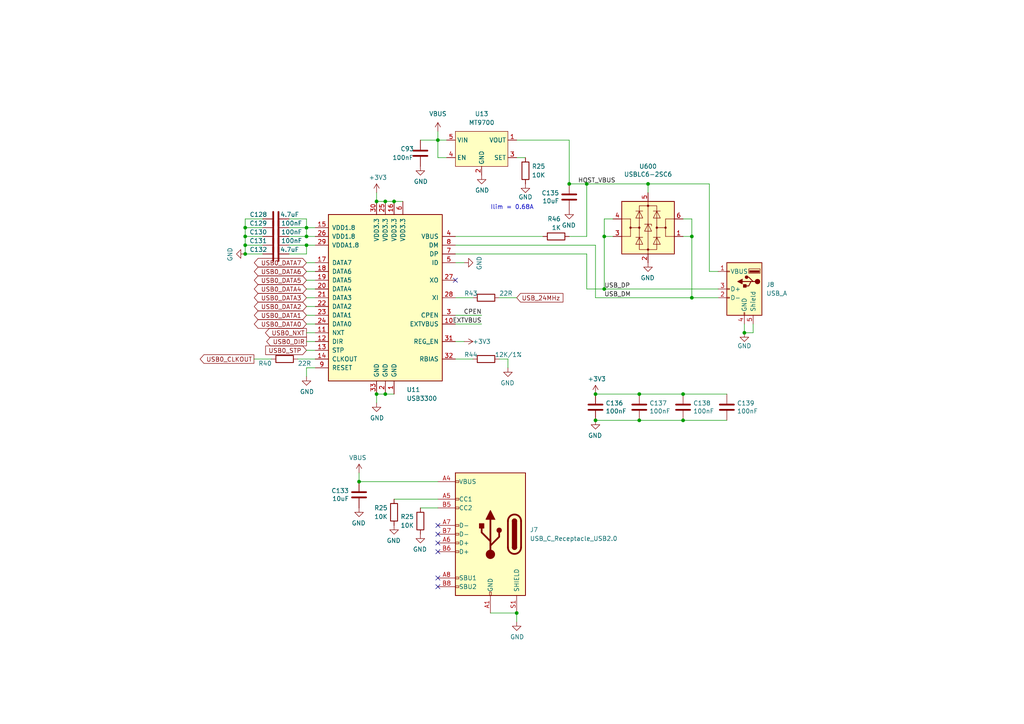
<source format=kicad_sch>
(kicad_sch (version 20230121) (generator eeschema)
  (paper "A4")
  (title_block (title "InuCal") (date "2020-06-30") (rev "R0.1") (company "Wenting Zhang") (comment 1 "zephray@outlook.com"))
  (lib_symbols
    (symbol "Connector:USB_A" (pin_names (offset 1.016))
      (property "Reference" "J" (at -5.08 11.43 0))
      (property "Value" "USB_A" (at -5.08 8.89 0))
      (symbol "USB_A_0_1"
        (rectangle (start -5.08 -7.62) (end 5.08 7.62) (stroke (width 0.254)) (fill (type background)))
        (circle (center -3.81 2.159) (radius 0.635) (stroke (width 0.254)) (fill (type outline)))
        (rectangle (start -1.524 4.826) (end -4.318 5.334) (fill (type outline)))
        (rectangle (start -1.27 4.572) (end -4.572 5.842))
        (circle (center -0.635 3.429) (radius 0.381) (stroke (width 0.254)) (fill (type outline)))
        (rectangle (start -0.127 -7.62) (end 0.127 -6.858))
        (polyline (pts (xy -3.175 2.159) (xy -2.54 2.159) (xy -1.27 3.429) (xy -0.635 3.429)) (stroke (width 0.254)))
        (polyline (pts (xy -2.54 2.159) (xy -1.905 2.159) (xy -1.27 0.889) (xy 0 0.889)) (stroke (width 0.254)))
        (polyline (pts (xy 0.635 2.794) (xy 0.635 1.524) (xy 1.905 2.159) (xy 0.635 2.794)) (stroke (width 0.254)) (fill (type outline)))
        (rectangle (start 0.254 1.27) (end -0.508 0.508) (stroke (width 0.254)) (fill (type outline)))
        (rectangle (start 5.08 -2.667) (end 4.318 -2.413))
        (rectangle (start 5.08 -0.127) (end 4.318 0.127))
        (rectangle (start 5.08 4.953) (end 4.318 5.207))
      )
      (symbol "USB_A_1_1"
        (polyline (pts (xy -1.905 2.159) (xy 0.635 2.159)) (stroke (width 0.254)))
        (pin power_in line (at 7.62 5.08 180) (length 2.54) (name "VBUS") (number "1"))
        (pin bidirectional line (at 7.62 -2.54 180) (length 2.54) (name "D-") (number "2"))
        (pin bidirectional line (at 7.62 0 180) (length 2.54) (name "D+") (number "3"))
        (pin power_in line (at 0 -10.16 90) (length 2.54) (name "GND") (number "4"))
        (pin passive line (at -2.54 -10.16 90) (length 2.54) (name "Shield") (number "5"))
      )
    )
    (symbol "Connector:USB_C_Receptacle_USB2.0" (pin_names (offset 1.016))
      (property "Reference" "J" (at -10.16 19.05 0))
      (property "Value" "USB_C_Receptacle_USB2.0" (at 19.05 19.05 0))
      (symbol "USB_C_Receptacle_USB2.0_0_0"
        (rectangle (start -0.254 -17.78) (end 0.254 -16.764))
        (rectangle (start 10.16 -14.986) (end 9.144 -15.494))
        (rectangle (start 10.16 -12.446) (end 9.144 -12.954))
        (rectangle (start 10.16 -4.826) (end 9.144 -5.334))
        (rectangle (start 10.16 -2.286) (end 9.144 -2.794))
        (rectangle (start 10.16 0.254) (end 9.144 -0.254))
        (rectangle (start 10.16 2.794) (end 9.144 2.286))
        (rectangle (start 10.16 7.874) (end 9.144 7.366))
        (rectangle (start 10.16 10.414) (end 9.144 9.906))
        (rectangle (start 10.16 15.494) (end 9.144 14.986))
      )
      (symbol "USB_C_Receptacle_USB2.0_0_1"
        (rectangle (start -10.16 17.78) (end 10.16 -17.78) (stroke (width 0.254)) (fill (type background)))
        (arc (start -8.89 -3.81) (mid -6.985 -5.7067) (end -5.08 -3.81) (stroke (width 0.508)))
        (arc (start -7.62 -3.81) (mid -6.985 -4.4423) (end -6.35 -3.81) (stroke (width 0.254)))
        (arc (start -7.62 -3.81) (mid -6.985 -4.4423) (end -6.35 -3.81) (stroke (width 0.254)) (fill (type outline)))
        (rectangle (start -7.62 -3.81) (end -6.35 3.81) (stroke (width 0.254)) (fill (type outline)))
        (arc (start -6.35 3.81) (mid -6.985 4.4423) (end -7.62 3.81) (stroke (width 0.254)))
        (arc (start -6.35 3.81) (mid -6.985 4.4423) (end -7.62 3.81) (stroke (width 0.254)) (fill (type outline)))
        (arc (start -5.08 3.81) (mid -6.985 5.7067) (end -8.89 3.81) (stroke (width 0.508)))
        (circle (center -2.54 1.143) (radius 0.635) (stroke (width 0.254)) (fill (type outline)))
        (circle (center 0 -5.842) (radius 1.27) (fill (type outline)))
        (polyline (pts (xy -8.89 -3.81) (xy -8.89 3.81)) (stroke (width 0.508)))
        (polyline (pts (xy -5.08 3.81) (xy -5.08 -3.81)) (stroke (width 0.508)))
        (polyline (pts (xy 0 -5.842) (xy 0 4.318)) (stroke (width 0.508)))
        (polyline (pts (xy 0 -3.302) (xy -2.54 -0.762) (xy -2.54 0.508)) (stroke (width 0.508)))
        (polyline (pts (xy 0 -2.032) (xy 2.54 0.508) (xy 2.54 1.778)) (stroke (width 0.508)))
        (polyline (pts (xy -1.27 4.318) (xy 0 6.858) (xy 1.27 4.318) (xy -1.27 4.318)) (stroke (width 0.254)) (fill (type outline)))
        (rectangle (start 1.905 1.778) (end 3.175 3.048) (stroke (width 0.254)) (fill (type outline)))
      )
      (symbol "USB_C_Receptacle_USB2.0_1_1"
        (pin passive line (at 0 -22.86 90) (length 5.08) (name "GND") (number "A1"))
        (pin passive line (at 0 -22.86 90) (length 5.08) hide (name "GND") (number "A12"))
        (pin passive line (at 15.24 15.24 180) (length 5.08) (name "VBUS") (number "A4"))
        (pin bidirectional line (at 15.24 10.16 180) (length 5.08) (name "CC1") (number "A5"))
        (pin bidirectional line (at 15.24 -2.54 180) (length 5.08) (name "D+") (number "A6"))
        (pin bidirectional line (at 15.24 2.54 180) (length 5.08) (name "D-") (number "A7"))
        (pin bidirectional line (at 15.24 -12.7 180) (length 5.08) (name "SBU1") (number "A8"))
        (pin passive line (at 15.24 15.24 180) (length 5.08) hide (name "VBUS") (number "A9"))
        (pin passive line (at 0 -22.86 90) (length 5.08) hide (name "GND") (number "B1"))
        (pin passive line (at 0 -22.86 90) (length 5.08) hide (name "GND") (number "B12"))
        (pin passive line (at 15.24 15.24 180) (length 5.08) hide (name "VBUS") (number "B4"))
        (pin bidirectional line (at 15.24 7.62 180) (length 5.08) (name "CC2") (number "B5"))
        (pin bidirectional line (at 15.24 -5.08 180) (length 5.08) (name "D+") (number "B6"))
        (pin bidirectional line (at 15.24 0 180) (length 5.08) (name "D-") (number "B7"))
        (pin bidirectional line (at 15.24 -15.24 180) (length 5.08) (name "SBU2") (number "B8"))
        (pin passive line (at 15.24 15.24 180) (length 5.08) hide (name "VBUS") (number "B9"))
        (pin passive line (at -7.62 -22.86 90) (length 5.08) (name "SHIELD") (number "S1"))
      )
    )
    (symbol "Device:C" (pin_numbers hide) (pin_names (offset 0.254))
      (property "Reference" "C" (at 0.635 2.54 0))
      (property "Value" "C" (at 0.635 -2.54 0))
      (symbol "C_0_1"
        (polyline (pts (xy -2.032 -0.762) (xy 2.032 -0.762)) (stroke (width 0.508)))
        (polyline (pts (xy -2.032 0.762) (xy 2.032 0.762)) (stroke (width 0.508)))
      )
      (symbol "C_1_1"
        (pin passive line (at 0 3.81 270) (length 2.794) (name "~") (number "1"))
        (pin passive line (at 0 -3.81 90) (length 2.794) (name "~") (number "2"))
      )
    )
    (symbol "Device:R" (pin_numbers hide) (pin_names (offset 0))
      (property "Reference" "R" (at 2.032 0 90))
      (property "Value" "R" (at 0 0 90))
      (symbol "R_0_1"
        (rectangle (start -1.016 -2.54) (end 1.016 2.54) (stroke (width 0.254)))
      )
      (symbol "R_1_1"
        (pin passive line (at 0 3.81 270) (length 1.27) (name "~") (number "1"))
        (pin passive line (at 0 -3.81 90) (length 1.27) (name "~") (number "2"))
      )
    )
    (symbol "Interface_USB:USB3300-EZK" (pin_names (offset 1.016))
      (property "Reference" "U" (at 0 1.27 0))
      (property "Value" "USB3300-EZK" (at 0 -1.27 0))
      (symbol "USB3300-EZK_0_1"
        (rectangle (start 16.51 -24.13) (end -16.51 24.13) (stroke (width 0.254)) (fill (type background)))
      )
      (symbol "USB3300-EZK_1_1"
        (pin power_in line (at -2.54 -27.94 90) (length 3.81) (name "GND") (number "1"))
        (pin input line (at -20.32 -7.62 0) (length 3.81) (name "EXTVBUS") (number "10"))
        (pin output line (at 20.32 -10.16 180) (length 3.81) (name "NXT") (number "11"))
        (pin output line (at 20.32 -12.7 180) (length 3.81) (name "DIR") (number "12"))
        (pin input line (at 20.32 -15.24 180) (length 3.81) (name "STP") (number "13"))
        (pin output line (at 20.32 -17.78 180) (length 3.81) (name "CLKOUT") (number "14"))
        (pin power_out line (at 20.32 20.32 180) (length 3.81) (name "VDD1.8") (number "15"))
        (pin power_in line (at -2.54 27.94 270) (length 3.81) (name "VDD3.3") (number "16"))
        (pin bidirectional line (at 20.32 10.16 180) (length 3.81) (name "DATA7") (number "17"))
        (pin bidirectional line (at 20.32 7.62 180) (length 3.81) (name "DATA6") (number "18"))
        (pin bidirectional line (at 20.32 5.08 180) (length 3.81) (name "DATA5") (number "19"))
        (pin power_in line (at 0 -27.94 90) (length 3.81) (name "GND") (number "2"))
        (pin bidirectional line (at 20.32 2.54 180) (length 3.81) (name "DATA4") (number "20"))
        (pin bidirectional line (at 20.32 0 180) (length 3.81) (name "DATA3") (number "21"))
        (pin bidirectional line (at 20.32 -2.54 180) (length 3.81) (name "DATA2") (number "22"))
        (pin bidirectional line (at 20.32 -5.08 180) (length 3.81) (name "DATA1") (number "23"))
        (pin bidirectional line (at 20.32 -7.62 180) (length 3.81) (name "DATA0") (number "24"))
        (pin power_in line (at 0 27.94 270) (length 3.81) (name "VDD3.3") (number "25"))
        (pin power_out line (at 20.32 17.78 180) (length 3.81) (name "VDD1.8") (number "26"))
        (pin output line (at -20.32 5.08 0) (length 3.81) (name "XO") (number "27"))
        (pin input line (at -20.32 0 0) (length 3.81) (name "XI") (number "28"))
        (pin power_out line (at 20.32 15.24 180) (length 3.81) (name "VDDA1.8") (number "29"))
        (pin output line (at -20.32 -5.08 0) (length 3.81) (name "CPEN") (number "3"))
        (pin power_in line (at 2.54 27.94 270) (length 3.81) (name "VDD3.3") (number "30"))
        (pin bidirectional line (at -20.32 -12.7 0) (length 3.81) (name "REG_EN") (number "31"))
        (pin passive line (at -20.32 -17.78 0) (length 3.81) (name "RBIAS") (number "32"))
        (pin power_in line (at 2.54 -27.94 90) (length 3.81) (name "GND") (number "33"))
        (pin power_in line (at -20.32 17.78 0) (length 3.81) (name "VBUS") (number "4"))
        (pin input line (at -20.32 10.16 0) (length 3.81) (name "ID") (number "5"))
        (pin power_in line (at -5.08 27.94 270) (length 3.81) (name "VDD3.3") (number "6"))
        (pin bidirectional line (at -20.32 12.7 0) (length 3.81) (name "DP") (number "7"))
        (pin bidirectional line (at -20.32 15.24 0) (length 3.81) (name "DM") (number "8"))
        (pin input line (at 20.32 -20.32 180) (length 3.81) (name "RESET") (number "9"))
      )
    )
    (symbol "Power_Protection:USBLC6-2SC6" (pin_names hide)
      (property "Reference" "U" (at 2.54 8.89 0))
      (property "Value" "USBLC6-2SC6" (at 2.54 -8.89 0))
      (symbol "USBLC6-2SC6_0_1"
        (rectangle (start -7.62 -7.62) (end 7.62 7.62) (stroke (width 0.254)) (fill (type background)))
        (circle (center -5.08 0) (radius 0.254) (fill (type outline)))
        (circle (center -2.54 0) (radius 0.254) (fill (type outline)))
        (rectangle (start -2.54 6.35) (end 2.54 -6.35))
        (circle (center 0 -6.35) (radius 0.254) (fill (type outline)))
        (polyline (pts (xy -5.08 -2.54) (xy -7.62 -2.54)))
        (polyline (pts (xy -5.08 0) (xy -5.08 -2.54)))
        (polyline (pts (xy -5.08 2.54) (xy -7.62 2.54)))
        (polyline (pts (xy -1.524 -2.794) (xy -3.556 -2.794)))
        (polyline (pts (xy -1.524 4.826) (xy -3.556 4.826)))
        (polyline (pts (xy 0 -7.62) (xy 0 -6.35)))
        (polyline (pts (xy 0 -6.35) (xy 0 1.27)))
        (polyline (pts (xy 0 1.27) (xy 0 6.35)))
        (polyline (pts (xy 0 6.35) (xy 0 7.62)))
        (polyline (pts (xy 1.524 -2.794) (xy 3.556 -2.794)))
        (polyline (pts (xy 1.524 4.826) (xy 3.556 4.826)))
        (polyline (pts (xy 5.08 -2.54) (xy 7.62 -2.54)))
        (polyline (pts (xy 5.08 0) (xy 5.08 -2.54)))
        (polyline (pts (xy 5.08 2.54) (xy 7.62 2.54)))
        (polyline (pts (xy -2.54 0) (xy -5.08 0) (xy -5.08 2.54)))
        (polyline (pts (xy 2.54 0) (xy 5.08 0) (xy 5.08 2.54)))
        (polyline (pts (xy -3.556 -4.826) (xy -1.524 -4.826) (xy -2.54 -2.794) (xy -3.556 -4.826)))
        (polyline (pts (xy -3.556 2.794) (xy -1.524 2.794) (xy -2.54 4.826) (xy -3.556 2.794)))
        (polyline (pts (xy -1.016 -1.016) (xy 1.016 -1.016) (xy 0 1.016) (xy -1.016 -1.016)))
        (polyline (pts (xy 1.016 1.016) (xy 0.762 1.016) (xy -1.016 1.016) (xy -1.016 0.508)))
        (polyline (pts (xy 3.556 -4.826) (xy 1.524 -4.826) (xy 2.54 -2.794) (xy 3.556 -4.826)))
        (polyline (pts (xy 3.556 2.794) (xy 1.524 2.794) (xy 2.54 4.826) (xy 3.556 2.794)))
        (circle (center 0 6.35) (radius 0.254) (fill (type outline)))
        (circle (center 2.54 0) (radius 0.254) (fill (type outline)))
        (circle (center 5.08 0) (radius 0.254) (fill (type outline)))
      )
      (symbol "USBLC6-2SC6_1_1"
        (pin passive line (at -10.16 -2.54 0) (length 2.54) (name "I/O1") (number "1"))
        (pin passive line (at 0 -10.16 90) (length 2.54) (name "GND") (number "2"))
        (pin passive line (at 10.16 -2.54 180) (length 2.54) (name "I/O2") (number "3"))
        (pin passive line (at 10.16 2.54 180) (length 2.54) (name "I/O2") (number "4"))
        (pin passive line (at 0 10.16 270) (length 2.54) (name "VBUS") (number "5"))
        (pin passive line (at -10.16 2.54 0) (length 2.54) (name "I/O1") (number "6"))
      )
    )
    (symbol "power:+3V3" (power) (pin_names (offset 0))
      (property "Value" "+3V3" (at 0 3.556 0))
      (symbol "+3V3_0_1"
        (polyline (pts (xy -0.762 1.27) (xy 0 2.54)))
        (polyline (pts (xy 0 0) (xy 0 2.54)))
        (polyline (pts (xy 0 2.54) (xy 0.762 1.27)))
      )
      (symbol "+3V3_1_1"
        (pin power_in line (at 0 0 90) (length 0) hide (name "+3V3") (number "1"))
      )
    )
    (symbol "power:GND" (power) (pin_names (offset 0))
      (property "Value" "GND" (at 0 -3.81 0))
      (symbol "GND_0_1"
        (polyline (pts (xy 0 0) (xy 0 -1.27) (xy 1.27 -1.27) (xy 0 -2.54) (xy -1.27 -1.27) (xy 0 -1.27)))
      )
      (symbol "GND_1_1"
        (pin power_in line (at 0 0 270) (length 0) hide (name "GND") (number "1"))
      )
    )
    (symbol "power:VBUS" (power) (pin_names (offset 0))
      (property "Value" "VBUS" (at 0 3.81 0))
      (symbol "VBUS_0_1"
        (polyline (pts (xy -0.762 1.27) (xy 0 2.54)))
        (polyline (pts (xy 0 0) (xy 0 2.54)))
        (polyline (pts (xy 0 2.54) (xy 0.762 1.27)))
      )
      (symbol "VBUS_1_1"
        (pin power_in line (at 0 0 90) (length 0) hide (name "VBUS") (number "1"))
      )
    )
    (symbol "symbols:MT9700"
      (property "Reference" "U" (at -5.08 7.62 0))
      (property "Value" "MT9700" (at 2.54 7.62 0))
      (symbol "MT9700_1_1"
        (rectangle (start -7.62 5.08) (end 7.62 -5.08) (fill (type background)))
        (pin passive line (at 10.16 2.54 180) (length 2.54) (name "VOUT") (number "1"))
        (pin passive line (at 0 -7.62 90) (length 2.54) (name "GND") (number "2"))
        (pin passive line (at 10.16 -2.54 180) (length 2.54) (name "SET") (number "3"))
        (pin passive line (at -10.16 -2.54 0) (length 2.54) (name "EN") (number "4"))
        (pin passive line (at -10.16 2.54 0) (length 2.54) (name "VIN") (number "5"))
      )
    )
  )
  (junction (at 71.12 66.04))
  (junction (at 109.22 58.42))
  (junction (at 185.42 114.3))
  (junction (at 109.22 114.3))
  (junction (at 172.72 121.92))
  (junction (at 88.9 71.12))
  (junction (at 104.14 139.7))
  (junction (at 215.9 96.52) (diameter 0.9144))
  (junction (at 198.12 121.92))
  (junction (at 88.9 68.58))
  (junction (at 200.66 68.58))
  (junction (at 149.86 177.8))
  (junction (at 111.76 114.3))
  (junction (at 165.1 53.34))
  (junction (at 175.26 68.58))
  (junction (at 170.18 53.34))
  (junction (at 111.76 58.42))
  (junction (at 172.72 114.3))
  (junction (at 185.42 121.92))
  (junction (at 114.3 58.42))
  (junction (at 198.12 114.3))
  (junction (at 71.12 71.12))
  (junction (at 71.12 68.58))
  (junction (at 175.26 83.82))
  (junction (at 187.96 53.34))
  (junction (at 127 40.64))
  (junction (at 71.12 73.66))
  (junction (at 200.66 86.36))
  (junction (at 88.9 66.04))
  (no_connect (at 127 152.4))
  (no_connect (at 127 170.18))
  (no_connect (at 127 154.94))
  (no_connect (at 127 160.02))
  (no_connect (at 127 167.64))
  (no_connect (at 132.08 81.28))
  (no_connect (at 127 157.48))
  (wire (pts (xy 104.14 139.7) (xy 127 139.7)))
  (wire (pts (xy 198.12 114.3) (xy 210.82 114.3)))
  (wire (pts (xy 172.72 71.12) (xy 172.72 86.36)))
  (wire (pts (xy 185.42 121.92) (xy 198.12 121.92)))
  (wire (pts (xy 208.28 78.74) (xy 205.74 78.74)))
  (wire (pts (xy 132.08 93.98) (xy 139.7 93.98)))
  (wire (pts (xy 144.78 104.14) (xy 147.32 104.14)))
  (wire (pts (xy 200.66 68.58) (xy 200.66 86.36)))
  (wire (pts (xy 88.9 93.98) (xy 91.44 93.98)))
  (wire (pts (xy 88.9 76.2) (xy 91.44 76.2)))
  (wire (pts (xy 170.18 53.34) (xy 170.18 68.58)))
  (wire (pts (xy 127 45.72) (xy 127 40.64)))
  (wire (pts (xy 88.9 66.04) (xy 88.9 68.58)))
  (wire (pts (xy 208.28 83.82) (xy 175.26 83.82)))
  (wire (pts (xy 177.8 63.5) (xy 175.26 63.5)))
  (wire (pts (xy 88.9 96.52) (xy 91.44 96.52)))
  (wire (pts (xy 132.08 71.12) (xy 172.72 71.12)))
  (wire (pts (xy 215.9 93.98) (xy 215.9 96.52)))
  (wire (pts (xy 132.08 99.06) (xy 134.62 99.06)))
  (wire (pts (xy 71.12 66.04) (xy 76.2 66.04)))
  (wire (pts (xy 121.92 40.64) (xy 127 40.64)))
  (wire (pts (xy 185.42 114.3) (xy 198.12 114.3)))
  (wire (pts (xy 83.82 66.04) (xy 88.9 66.04)))
  (wire (pts (xy 172.72 114.3) (xy 185.42 114.3)))
  (wire (pts (xy 198.12 63.5) (xy 200.66 63.5)))
  (wire (pts (xy 114.3 144.78) (xy 127 144.78)))
  (wire (pts (xy 127 45.72) (xy 129.54 45.72)))
  (wire (pts (xy 91.44 106.68) (xy 88.9 106.68)))
  (wire (pts (xy 109.22 58.42) (xy 111.76 58.42)))
  (wire (pts (xy 170.18 83.82) (xy 170.18 73.66)))
  (wire (pts (xy 109.22 114.3) (xy 109.22 116.84)))
  (wire (pts (xy 170.18 73.66) (xy 132.08 73.66)))
  (wire (pts (xy 114.3 58.42) (xy 116.84 58.42)))
  (wire (pts (xy 132.08 91.44) (xy 139.7 91.44)))
  (wire (pts (xy 175.26 63.5) (xy 175.26 68.58)))
  (wire (pts (xy 200.66 86.36) (xy 208.28 86.36)))
  (wire (pts (xy 198.12 68.58) (xy 200.66 68.58)))
  (wire (pts (xy 149.86 45.72) (xy 152.4 45.72)))
  (wire (pts (xy 127 40.64) (xy 129.54 40.64)))
  (wire (pts (xy 71.12 63.5) (xy 71.12 66.04)))
  (wire (pts (xy 132.08 68.58) (xy 157.48 68.58)))
  (wire (pts (xy 187.96 53.34) (xy 187.96 55.88)))
  (wire (pts (xy 137.16 104.14) (xy 132.08 104.14)))
  (wire (pts (xy 73.66 104.14) (xy 78.74 104.14)))
  (wire (pts (xy 76.2 63.5) (xy 71.12 63.5)))
  (wire (pts (xy 172.72 86.36) (xy 200.66 86.36)))
  (wire (pts (xy 88.9 81.28) (xy 91.44 81.28)))
  (wire (pts (xy 88.9 88.9) (xy 91.44 88.9)))
  (wire (pts (xy 121.92 147.32) (xy 127 147.32)))
  (wire (pts (xy 83.82 71.12) (xy 88.9 71.12)))
  (wire (pts (xy 88.9 63.5) (xy 88.9 66.04)))
  (wire (pts (xy 177.8 68.58) (xy 175.26 68.58)))
  (wire (pts (xy 111.76 114.3) (xy 114.3 114.3)))
  (wire (pts (xy 218.44 96.52) (xy 215.9 96.52)))
  (wire (pts (xy 127 38.1) (xy 127 40.64)))
  (wire (pts (xy 71.12 73.66) (xy 76.2 73.66)))
  (wire (pts (xy 86.36 104.14) (xy 91.44 104.14)))
  (wire (pts (xy 88.9 73.66) (xy 88.9 71.12)))
  (wire (pts (xy 165.1 53.34) (xy 170.18 53.34)))
  (wire (pts (xy 71.12 66.04) (xy 71.12 68.58)))
  (wire (pts (xy 142.24 177.8) (xy 149.86 177.8)))
  (wire (pts (xy 88.9 99.06) (xy 91.44 99.06)))
  (wire (pts (xy 149.86 177.8) (xy 149.86 180.34)))
  (wire (pts (xy 165.1 40.64) (xy 165.1 53.34)))
  (wire (pts (xy 88.9 91.44) (xy 91.44 91.44)))
  (wire (pts (xy 88.9 101.6) (xy 91.44 101.6)))
  (wire (pts (xy 170.18 83.82) (xy 175.26 83.82)))
  (wire (pts (xy 205.74 78.74) (xy 205.74 53.34)))
  (wire (pts (xy 71.12 71.12) (xy 76.2 71.12)))
  (wire (pts (xy 172.72 121.92) (xy 185.42 121.92)))
  (wire (pts (xy 132.08 76.2) (xy 134.62 76.2)))
  (wire (pts (xy 147.32 104.14) (xy 147.32 106.68)))
  (wire (pts (xy 175.26 68.58) (xy 175.26 83.82)))
  (wire (pts (xy 144.78 86.36) (xy 149.86 86.36)))
  (wire (pts (xy 88.9 71.12) (xy 91.44 71.12)))
  (wire (pts (xy 71.12 68.58) (xy 76.2 68.58)))
  (wire (pts (xy 187.96 53.34) (xy 170.18 53.34)))
  (wire (pts (xy 137.16 86.36) (xy 132.08 86.36)))
  (wire (pts (xy 71.12 68.58) (xy 71.12 71.12)))
  (wire (pts (xy 218.44 93.98) (xy 218.44 96.52)))
  (wire (pts (xy 111.76 58.42) (xy 114.3 58.42)))
  (wire (pts (xy 83.82 68.58) (xy 88.9 68.58)))
  (wire (pts (xy 109.22 114.3) (xy 111.76 114.3)))
  (wire (pts (xy 71.12 71.12) (xy 71.12 73.66)))
  (wire (pts (xy 104.14 139.7) (xy 104.14 137.16)))
  (wire (pts (xy 200.66 63.5) (xy 200.66 68.58)))
  (wire (pts (xy 88.9 68.58) (xy 91.44 68.58)))
  (wire (pts (xy 165.1 68.58) (xy 170.18 68.58)))
  (wire (pts (xy 88.9 66.04) (xy 91.44 66.04)))
  (wire (pts (xy 88.9 86.36) (xy 91.44 86.36)))
  (wire (pts (xy 165.1 40.64) (xy 149.86 40.64)))
  (wire (pts (xy 88.9 106.68) (xy 88.9 109.22)))
  (wire (pts (xy 205.74 53.34) (xy 187.96 53.34)))
  (wire (pts (xy 109.22 55.88) (xy 109.22 58.42)))
  (wire (pts (xy 83.82 63.5) (xy 88.9 63.5)))
  (wire (pts (xy 88.9 83.82) (xy 91.44 83.82)))
  (wire (pts (xy 83.82 73.66) (xy 88.9 73.66)))
  (wire (pts (xy 88.9 78.74) (xy 91.44 78.74)))
  (wire (pts (xy 198.12 121.92) (xy 210.82 121.92)))
  (text "Ilim = 0.68A" (at 142.24 60.96 0) (effects (font (size 1.27 1.27)) (justify left bottom)))
  (label "USB_DM" (at 175.26 86.36 0))
  (label "CPEN" (at 139.7 91.44 180))
  (label "USB_DP" (at 175.26 83.82 0))
  (label "EXTVBUS" (at 139.7 93.98 180))
  (label "HOST_VBUS" (at 167.64 53.34 0))
  (global_label "USB0_STP" (shape input) (at 88.9 101.6 180) (property "Intersheetrefs" "${INTERSHEET_REFS}" (effects hide)))
  (global_label "USB0_DATA2" (shape bidirectional) (at 88.9 88.9 180) (property "Intersheetrefs" "${INTERSHEET_REFS}" (effects hide)))
  (global_label "USB0_DATA7" (shape bidirectional) (at 88.9 76.2 180) (property "Intersheetrefs" "${INTERSHEET_REFS}" (effects hide)))
  (global_label "USB0_DIR" (shape output) (at 88.9 99.06 180) (property "Intersheetrefs" "${INTERSHEET_REFS}" (effects hide)))
  (global_label "USB0_DATA3" (shape bidirectional) (at 88.9 86.36 180) (property "Intersheetrefs" "${INTERSHEET_REFS}" (effects hide)))
  (global_label "USB0_DATA6" (shape bidirectional) (at 88.9 78.74 180) (property "Intersheetrefs" "${INTERSHEET_REFS}" (effects hide)))
  (global_label "USB0_NXT" (shape output) (at 88.9 96.52 180) (property "Intersheetrefs" "${INTERSHEET_REFS}" (effects hide)))
  (global_label "USB0_DATA5" (shape bidirectional) (at 88.9 81.28 180) (property "Intersheetrefs" "${INTERSHEET_REFS}" (effects hide)))
  (global_label "USB_24MHz" (shape input) (at 149.86 86.36 0) (property "Intersheetrefs" "${INTERSHEET_REFS}" (effects hide)))
  (global_label "USB0_DATA4" (shape bidirectional) (at 88.9 83.82 180) (property "Intersheetrefs" "${INTERSHEET_REFS}" (effects hide)))
  (global_label "USB0_CLKOUT" (shape output) (at 73.66 104.14 180) (property "Intersheetrefs" "${INTERSHEET_REFS}" (effects hide)))
  (global_label "USB0_DATA0" (shape bidirectional) (at 88.9 93.98 180) (property "Intersheetrefs" "${INTERSHEET_REFS}" (effects hide)))
  (global_label "USB0_DATA1" (shape bidirectional) (at 88.9 91.44 180) (property "Intersheetrefs" "${INTERSHEET_REFS}" (effects hide)))
  (symbol (lib_id "Power_Protection:USBLC6-2SC6") (at 187.96 66.04 0) (mirror y) (unit 1)
    (property "Reference" "U600" (at 187.96 48.26 0))
    (property "Value" "USBLC6-2SC6" (at 187.96 50.5714 0))
    (property "Footprint" "Package_TO_SOT_SMD:SOT-23-6" (effects hide))
    (property "Datasheet" "http://www2.st.com/resource/en/datasheet/CD00050750.pdf" (effects hide))
    (instances (project "pcb" (path "" (reference "U600") (unit 1)) (path "" (reference "U13") (unit 1))))
  )
  (symbol (lib_id "Device:C") (at 165.1 57.15 0) (mirror y) (unit 1)
    (property "Reference" "C135" (at 162.179 55.9816 0) (effects (justify left)))
    (property "Value" "10uF" (at 162.179 58.293 0) (effects (justify left)))
    (property "Footprint" "Capacitor_SMD:C_0805_2012Metric" (effects hide))
  )
  (symbol (lib_id "power:GND") (at 187.96 76.2 0) (mirror y) (unit 1)
    (property "Reference" "#PWR0188" (effects hide))
    (property "Value" "GND" (at 187.833 80.5942 0))
  )
  (symbol (lib_id "power:GND") (at 165.1 60.96 0) (mirror y) (unit 1)
    (property "Reference" "#PWR0185" (effects hide))
    (property "Value" "GND" (at 164.973 65.3542 0))
  )
  (symbol (lib_id "Device:R") (at 161.29 68.58 270) (mirror x) (unit 1)
    (property "Reference" "R46" (at 158.75 63.5 90) (effects (justify left)))
    (property "Value" "1K" (at 160.02 66.04 90) (effects (justify left)))
    (property "Footprint" "Resistor_SMD:R_0402_1005Metric" (effects hide))
  )
  (symbol (lib_id "Device:R") (at 82.55 104.14 270) (mirror x) (unit 1)
    (property "Reference" "R40" (at 74.93 105.41 90) (effects (justify left)))
    (property "Value" "22R" (at 86.36 105.41 90) (effects (justify left)))
    (property "Footprint" "Resistor_SMD:R_0603_1608Metric" (effects hide))
  )
  (symbol (lib_id "power:+3V3") (at 109.22 55.88 0) (unit 1)
    (property "Reference" "#PWR0173" (effects hide))
    (property "Value" "+3V3" (at 109.601 51.4858 0))
  )
  (symbol (lib_id "Interface_USB:USB3300-EZK") (at 111.76 86.36 0) (mirror y) (unit 1)
    (property "Reference" "U11" (at 117.9261 113.03 0) (effects (justify right)))
    (property "Value" "USB3300" (at 117.9261 115.57 0) (effects (justify right)))
    (property "Footprint" "Package_DFN_QFN:QFN-32-1EP_5x5mm_P0.5mm_EP3.3x3.3mm" (effects hide))
    (property "Datasheet" "http://ww1.microchip.com/downloads/en/DeviceDoc/00001783C.pdf" (effects hide))
  )
  (symbol (lib_id "power:GND") (at 121.92 48.26 0) (unit 1)
    (property "Reference" "#PWR0132" (effects hide))
    (property "Value" "GND" (at 122.047 52.6542 0))
    (instances (project "pcb" (path "" (reference "#PWR0132") (unit 1))) (project "pcb" (path "" (reference "#PWR0104") (unit 1)) (path "" (reference "#PWR0176") (unit 1))))
  )
  (symbol (lib_id "power:GND") (at 134.62 76.2 90) (mirror x) (unit 1)
    (property "Reference" "#PWR0179" (effects hide))
    (property "Value" "GND" (at 139.0142 76.327 0))
  )
  (symbol (lib_id "Device:C") (at 172.72 118.11 0) (unit 1)
    (property "Reference" "C136" (at 175.641 116.942 0) (effects (justify left)))
    (property "Value" "100nF" (at 175.641 119.253 0) (effects (justify left)))
    (property "Footprint" "Capacitor_SMD:C_0402_1005Metric" (effects hide))
    (instances (project "pcb" (path "" (reference "C136") (unit 1))) (project "pcb" (path "" (reference "C613") (unit 1))))
  )
  (symbol (lib_id "power:GND") (at 114.3 152.4 0) (mirror y) (unit 1)
    (property "Reference" "#PWR0175" (effects hide))
    (property "Value" "GND" (at 114.173 156.7942 0))
  )
  (symbol (lib_id "power:GND") (at 215.9 96.52 0) (unit 1)
    (property "Reference" "#PWR0189" (effects hide))
    (property "Value" "GND" (at 215.9 100.33 0))
    (instances (project "pcb" (path "" (reference "#PWR0189") (unit 1))) (project "pcb" (path "" (reference "#PWR0608") (unit 1))))
  )
  (symbol (lib_id "Device:C") (at 80.01 73.66 270) (mirror x) (unit 1)
    (property "Reference" "C132" (at 72.39 72.39 90) (effects (justify left)))
    (property "Value" "4.7uF" (at 81.28 72.39 90) (effects (justify left)))
    (property "Footprint" "Capacitor_SMD:C_0603_1608Metric" (effects hide))
  )
  (symbol (lib_id "power:GND") (at 172.72 121.92 0) (mirror y) (unit 1)
    (property "Reference" "#PWR0187" (effects hide))
    (property "Value" "GND" (at 172.593 126.3142 0))
  )
  (symbol (lib_id "power:GND") (at 88.9 109.22 0) (unit 1)
    (property "Reference" "#PWR0170" (effects hide))
    (property "Value" "GND" (at 89.027 113.6142 0))
  )
  (symbol (lib_id "power:VBUS") (at 104.14 137.16 0) (mirror y) (unit 1)
    (property "Reference" "#PWR0171" (effects hide))
    (property "Value" "VBUS" (at 103.759 132.7658 0))
  )
  (symbol (lib_id "Device:C") (at 80.01 68.58 90) (unit 1)
    (property "Reference" "C130" (at 77.47 67.31 90) (effects (justify left)))
    (property "Value" "100nF" (at 87.63 67.31 90) (effects (justify left)))
    (property "Footprint" "Capacitor_SMD:C_0402_1005Metric" (effects hide))
    (instances (project "pcb" (path "" (reference "C130") (unit 1))) (project "pcb" (path "" (reference "C613") (unit 1))))
  )
  (symbol (lib_id "Device:C") (at 185.42 118.11 0) (unit 1)
    (property "Reference" "C137" (at 188.341 116.942 0) (effects (justify left)))
    (property "Value" "100nF" (at 188.341 119.253 0) (effects (justify left)))
    (property "Footprint" "Capacitor_SMD:C_0402_1005Metric" (effects hide))
    (instances (project "pcb" (path "" (reference "C137") (unit 1))) (project "pcb" (path "" (reference "C613") (unit 1))))
  )
  (symbol (lib_id "Connector:USB_C_Receptacle_USB2.0") (at 142.24 154.94 0) (mirror y) (unit 1)
    (property "Reference" "J7" (at 153.67 153.67 0) (effects (justify right)))
    (property "Value" "USB_C_Receptacle_USB2.0" (at 153.67 156.21 0) (effects (justify right)))
    (property "Footprint" "Connector_USB:USB_C_Receptacle_HRO_TYPE-C-31-M-12" (effects hide))
    (property "Datasheet" "https://www.usb.org/sites/default/files/documents/usb_type-c.zip" (effects hide))
  )
  (symbol (lib_id "power:GND") (at 147.32 106.68 0) (mirror y) (unit 1)
    (property "Reference" "#PWR0182" (effects hide))
    (property "Value" "GND" (at 147.193 111.0742 0))
  )
  (symbol (lib_id "power:GND") (at 104.14 147.32 0) (mirror y) (unit 1)
    (property "Reference" "#PWR0172" (effects hide))
    (property "Value" "GND" (at 104.013 151.7142 0))
  )
  (symbol (lib_id "Device:R") (at 140.97 104.14 270) (mirror x) (unit 1)
    (property "Reference" "R44" (at 134.62 102.87 90) (effects (justify left)))
    (property "Value" "12K/1%" (at 143.51 102.87 90) (effects (justify left)))
    (property "Footprint" "Resistor_SMD:R_0402_1005Metric" (effects hide))
  )
  (symbol (lib_id "Device:C") (at 198.12 118.11 0) (unit 1)
    (property "Reference" "C138" (at 201.041 116.942 0) (effects (justify left)))
    (property "Value" "100nF" (at 201.041 119.253 0) (effects (justify left)))
    (property "Footprint" "Capacitor_SMD:C_0402_1005Metric" (effects hide))
    (instances (project "pcb" (path "" (reference "C138") (unit 1))) (project "pcb" (path "" (reference "C613") (unit 1))))
  )
  (symbol (lib_id "power:+3V3") (at 172.72 114.3 0) (unit 1)
    (property "Reference" "#PWR0186" (effects hide))
    (property "Value" "+3V3" (at 173.101 109.9058 0))
  )
  (symbol (lib_id "Device:C") (at 210.82 118.11 0) (unit 1)
    (property "Reference" "C139" (at 213.741 116.942 0) (effects (justify left)))
    (property "Value" "100nF" (at 213.741 119.253 0) (effects (justify left)))
    (property "Footprint" "Capacitor_SMD:C_0402_1005Metric" (effects hide))
    (instances (project "pcb" (path "" (reference "C139") (unit 1))) (project "pcb" (path "" (reference "C613") (unit 1))))
  )
  (symbol (lib_id "power:GND") (at 149.86 180.34 0) (unit 1)
    (property "Reference" "#PWR0183" (effects hide))
    (property "Value" "GND" (at 149.987 184.7342 0))
  )
  (symbol (lib_id "Device:R") (at 114.3 148.59 0) (mirror x) (unit 1)
    (property "Reference" "R25" (at 110.49 147.32 0))
    (property "Value" "10K" (at 110.49 149.86 0))
    (property "Footprint" "Resistor_SMD:R_0402_1005Metric" (effects hide))
    (instances (project "pcb" (path "" (reference "R25") (unit 1)) (path "" (reference "R41") (unit 1))) (project "pcb" (path "" (reference "R7") (unit 1))))
  )
  (symbol (lib_id "Device:C") (at 121.92 44.45 180) (unit 1)
    (property "Reference" "C93" (at 118.11 43.18 0))
    (property "Value" "100nF" (at 116.84 45.72 0))
    (property "Footprint" "Capacitor_SMD:C_0402_1005Metric" (effects hide))
    (instances (project "pcb" (path "" (reference "C93") (unit 1)) (path "" (reference "C134") (unit 1))) (project "pcb" (path "" (reference "C12") (unit 1))))
  )
  (symbol (lib_id "power:GND") (at 152.4 53.34 0) (mirror y) (unit 1)
    (property "Reference" "#PWR0134" (effects hide))
    (property "Value" "GND" (at 152.4 57.15 0))
    (instances (project "pcb" (path "" (reference "#PWR0134") (unit 1))) (project "pcb" (path "" (reference "#PWR0105") (unit 1)) (path "" (reference "#PWR0184") (unit 1))))
  )
  (symbol (lib_id "Device:C") (at 80.01 63.5 270) (mirror x) (unit 1)
    (property "Reference" "C128" (at 72.39 62.23 90) (effects (justify left)))
    (property "Value" "4.7uF" (at 81.28 62.23 90) (effects (justify left)))
    (property "Footprint" "Capacitor_SMD:C_0603_1608Metric" (effects hide))
  )
  (symbol (lib_id "Device:R") (at 140.97 86.36 270) (mirror x) (unit 1)
    (property "Reference" "R43" (at 134.62 85.09 90) (effects (justify left)))
    (property "Value" "22R" (at 144.78 85.09 90) (effects (justify left)))
    (property "Footprint" "Resistor_SMD:R_0402_1005Metric" (effects hide))
  )
  (symbol (lib_id "Connector:USB_A") (at 215.9 83.82 0) (mirror y) (unit 1)
    (property "Reference" "J8" (at 222.25 82.55 0) (effects (justify right)))
    (property "Value" "USB_A" (at 222.25 85.09 0) (effects (justify right)))
    (property "Footprint" "Connector_USB:USB_A_Molex_67643_Horizontal" (effects hide))
    (property "Datasheet" " ~" (effects hide))
  )
  (symbol (lib_id "Device:R") (at 152.4 49.53 180) (unit 1)
    (property "Reference" "R25" (at 156.21 48.26 0))
    (property "Value" "10K" (at 156.21 50.8 0))
    (property "Footprint" "Resistor_SMD:R_0402_1005Metric" (effects hide))
    (instances (project "pcb" (path "" (reference "R25") (unit 1)) (path "" (reference "R45") (unit 1))) (project "pcb" (path "" (reference "R7") (unit 1))))
  )
  (symbol (lib_id "power:GND") (at 109.22 116.84 0) (unit 1)
    (property "Reference" "#PWR0174" (effects hide))
    (property "Value" "GND" (at 109.347 121.2342 0))
  )
  (symbol (lib_id "Device:C") (at 80.01 71.12 90) (unit 1)
    (property "Reference" "C131" (at 77.47 69.85 90) (effects (justify left)))
    (property "Value" "100nF" (at 87.63 69.85 90) (effects (justify left)))
    (property "Footprint" "Capacitor_SMD:C_0402_1005Metric" (effects hide))
    (instances (project "pcb" (path "" (reference "C131") (unit 1))) (project "pcb" (path "" (reference "C613") (unit 1))))
  )
  (symbol (lib_id "power:GND") (at 71.12 73.66 270) (unit 1)
    (property "Reference" "#PWR0169" (effects hide))
    (property "Value" "GND" (at 66.7258 73.787 0))
  )
  (symbol (lib_id "Device:R") (at 121.92 151.13 0) (mirror x) (unit 1)
    (property "Reference" "R25" (at 118.11 149.86 0))
    (property "Value" "10K" (at 118.11 152.4 0))
    (property "Footprint" "Resistor_SMD:R_0402_1005Metric" (effects hide))
    (instances (project "pcb" (path "" (reference "R25") (unit 1)) (path "" (reference "R42") (unit 1))) (project "pcb" (path "" (reference "R7") (unit 1))))
  )
  (symbol (lib_id "power:GND") (at 139.7 50.8 0) (unit 1)
    (property "Reference" "#PWR0132" (effects hide))
    (property "Value" "GND" (at 139.827 55.1942 0))
    (instances (project "pcb" (path "" (reference "#PWR0132") (unit 1))) (project "pcb" (path "" (reference "#PWR096") (unit 1)) (path "" (reference "#PWR0181") (unit 1))))
  )
  (symbol (lib_id "symbols:MT9700") (at 139.7 43.18 0) (unit 1)
    (property "Reference" "U13" (at 139.7 33.02 0))
    (property "Value" "MT9700" (at 139.7 35.56 0))
    (property "Footprint" "Package_TO_SOT_SMD:SOT-23-5" (effects hide))
    (instances (project "pcb" (path "" (reference "U13") (unit 1)) (path "" (reference "U12") (unit 1))))
  )
  (symbol (lib_id "power:GND") (at 121.92 154.94 0) (mirror y) (unit 1)
    (property "Reference" "#PWR0177" (effects hide))
    (property "Value" "GND" (at 121.793 159.3342 0))
  )
  (symbol (lib_id "power:+3V3") (at 134.62 99.06 270) (unit 1)
    (property "Reference" "#PWR0180" (effects hide))
    (property "Value" "+3V3" (at 139.7 99.06 90))
  )
  (symbol (lib_id "Device:C") (at 104.14 143.51 0) (mirror y) (unit 1)
    (property "Reference" "C133" (at 101.219 142.3416 0) (effects (justify left)))
    (property "Value" "10uF" (at 101.219 144.653 0) (effects (justify left)))
    (property "Footprint" "Capacitor_SMD:C_0805_2012Metric" (effects hide))
  )
  (symbol (lib_id "power:VBUS") (at 127 38.1 0) (mirror y) (unit 1)
    (property "Reference" "#PWR0178" (effects hide))
    (property "Value" "VBUS" (at 127 33.02 0))
    (instances (project "pcb" (path "" (reference "#PWR0178") (unit 1)) (path "" (reference "#PWR0103") (unit 1))))
  )
  (symbol (lib_id "Device:C") (at 80.01 66.04 90) (unit 1)
    (property "Reference" "C129" (at 77.47 64.77 90) (effects (justify left)))
    (property "Value" "100nF" (at 87.63 64.77 90) (effects (justify left)))
    (property "Footprint" "Capacitor_SMD:C_0402_1005Metric" (effects hide))
    (instances (project "pcb" (path "" (reference "C129") (unit 1))) (project "pcb" (path "" (reference "C613") (unit 1))))
  )
)
</source>
